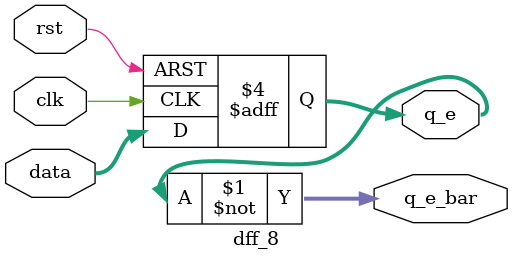
<source format=v>
module eight_bit_adder (
 a,
 b,
 cin,
 cout,
 sum,
 clk,
 rst
);
input [7:0]a,b;
input cin,clk,rst;
output   cout;
output   [7:0]sum;
wire [6:0]bit_carry;

wire [7:0] a_d,b_d,a_d_bar,b_d_bar;

dff_8 d0(
    a_d,a_d_bar,a,clk,rst
);
dff_8 d1(
    b_d,b_d_bar,b,clk,rst
);

ADD_full u0(bit_carry[0],sum[0],a_d[0],b_d[0],cin);
ADD_full u1(bit_carry[1],sum[1],a_d[1],b_d[1],bit_carry[0]);
ADD_full u2(bit_carry[2],sum[2],a_d[2],b_d[2],bit_carry[1]);
ADD_full u3(bit_carry[3],sum[3],a_d[3],b_d[3],bit_carry[2]);
ADD_full u4(bit_carry[4],sum[4],a_d[4],b_d[4],bit_carry[3]);
ADD_full u5(bit_carry[5],sum[5],a_d[5],b_d[5],bit_carry[4]);
ADD_full u6(bit_carry[6],sum[6],a_d[6],b_d[6],bit_carry[5]);
ADD_full u7(cout,sum[7],a_d[7],b_d[7],bit_carry[6]);

endmodule //8_bit_adder

module ADD_half_nogate(output cout,sum, input a,b);


assign      sum=a^b;
assign     cout=a&&b;


endmodule

module ADD_full(output c_out,sum, input a,b,cin);
wire w1, w2, w3;

ADD_half_nogate M1(w2,w1,a,b);
ADD_half_nogate M2(w3,sum,cin,w1);

assign c_out=w3||w2;
    
endmodule

module dff_8 (
    q_e,q_e_bar,data,clk,rst
);
output reg [7:0] q_e;
output [7:0] q_e_bar;

input [7:0] data;
input clk,rst;

assign q_e_bar=~q_e;
always @(posedge clk or negedge rst )begin
     if (~rst) begin
     q_e<=0;   
    end
    else begin
      q_e<=data;  
    end
end


endmodule //8_bit_dff

</source>
